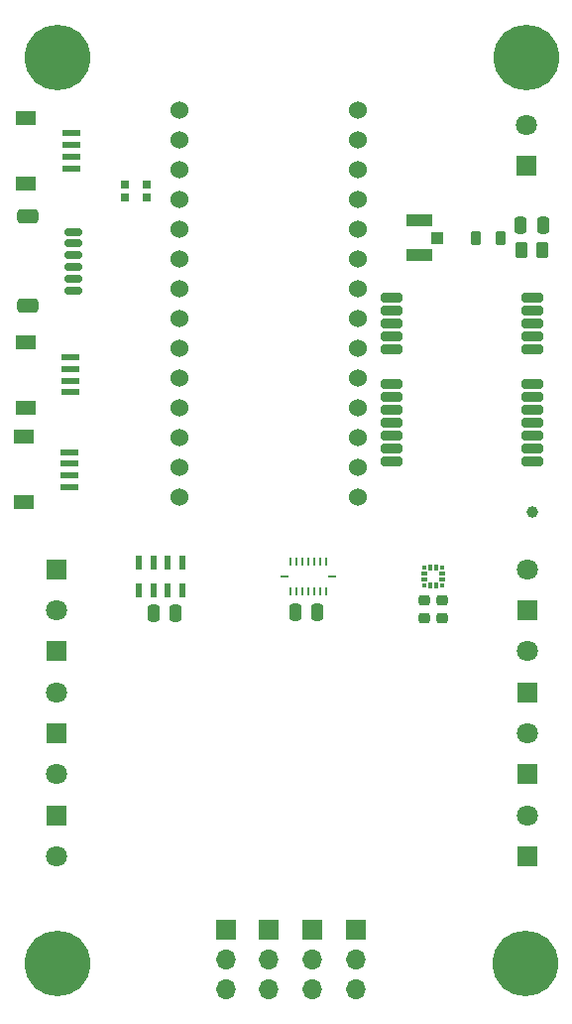
<source format=gbr>
%TF.GenerationSoftware,KiCad,Pcbnew,7.0.5*%
%TF.CreationDate,2023-07-17T20:29:58+05:30*%
%TF.ProjectId,Flight_Computer,466c6967-6874-45f4-936f-6d7075746572,rev?*%
%TF.SameCoordinates,Original*%
%TF.FileFunction,Soldermask,Top*%
%TF.FilePolarity,Negative*%
%FSLAX46Y46*%
G04 Gerber Fmt 4.6, Leading zero omitted, Abs format (unit mm)*
G04 Created by KiCad (PCBNEW 7.0.5) date 2023-07-17 20:29:58*
%MOMM*%
%LPD*%
G01*
G04 APERTURE LIST*
G04 Aperture macros list*
%AMRoundRect*
0 Rectangle with rounded corners*
0 $1 Rounding radius*
0 $2 $3 $4 $5 $6 $7 $8 $9 X,Y pos of 4 corners*
0 Add a 4 corners polygon primitive as box body*
4,1,4,$2,$3,$4,$5,$6,$7,$8,$9,$2,$3,0*
0 Add four circle primitives for the rounded corners*
1,1,$1+$1,$2,$3*
1,1,$1+$1,$4,$5*
1,1,$1+$1,$6,$7*
1,1,$1+$1,$8,$9*
0 Add four rect primitives between the rounded corners*
20,1,$1+$1,$2,$3,$4,$5,0*
20,1,$1+$1,$4,$5,$6,$7,0*
20,1,$1+$1,$6,$7,$8,$9,0*
20,1,$1+$1,$8,$9,$2,$3,0*%
G04 Aperture macros list end*
%ADD10R,1.550000X0.600000*%
%ADD11R,1.800000X1.200000*%
%ADD12C,5.600000*%
%ADD13R,1.800000X1.800000*%
%ADD14C,1.800000*%
%ADD15R,1.700000X1.700000*%
%ADD16O,1.700000X1.700000*%
%ADD17C,1.530000*%
%ADD18R,0.400000X0.400000*%
%ADD19R,0.500000X0.300000*%
%ADD20R,0.300000X0.500000*%
%ADD21RoundRect,0.250000X0.250000X0.475000X-0.250000X0.475000X-0.250000X-0.475000X0.250000X-0.475000X0*%
%ADD22RoundRect,0.218750X-0.218750X-0.381250X0.218750X-0.381250X0.218750X0.381250X-0.218750X0.381250X0*%
%ADD23R,0.700000X0.700000*%
%ADD24R,0.250000X0.675000*%
%ADD25R,0.675000X0.250000*%
%ADD26R,1.050000X1.000000*%
%ADD27R,2.200000X1.050000*%
%ADD28RoundRect,0.250000X-0.262500X-0.450000X0.262500X-0.450000X0.262500X0.450000X-0.262500X0.450000X0*%
%ADD29RoundRect,0.150000X-0.625000X0.150000X-0.625000X-0.150000X0.625000X-0.150000X0.625000X0.150000X0*%
%ADD30RoundRect,0.250000X-0.650000X0.350000X-0.650000X-0.350000X0.650000X-0.350000X0.650000X0.350000X0*%
%ADD31R,0.530000X1.310000*%
%ADD32RoundRect,0.250000X-0.250000X-0.475000X0.250000X-0.475000X0.250000X0.475000X-0.250000X0.475000X0*%
%ADD33C,1.000000*%
%ADD34RoundRect,0.225000X-0.250000X0.225000X-0.250000X-0.225000X0.250000X-0.225000X0.250000X0.225000X0*%
%ADD35RoundRect,0.200000X0.700000X0.200000X-0.700000X0.200000X-0.700000X-0.200000X0.700000X-0.200000X0*%
G04 APERTURE END LIST*
D10*
%TO.C,HD4*%
X132100000Y-98600000D03*
X132100000Y-99600000D03*
X132100000Y-100600000D03*
X132100000Y-101600000D03*
D11*
X128225000Y-97300000D03*
X128225000Y-102900000D03*
%TD*%
D12*
%TO.C,H2*%
X171000000Y-73000000D03*
%TD*%
D13*
%TO.C,J3*%
X171000000Y-82250000D03*
D14*
X171000000Y-78750000D03*
%TD*%
D13*
%TO.C,TM1*%
X130927600Y-116702000D03*
D14*
X130927600Y-120202000D03*
%TD*%
D13*
%TO.C,TM2*%
X130927600Y-123702000D03*
D14*
X130927600Y-127202000D03*
%TD*%
D13*
%TO.C,TM8*%
X130927600Y-137702000D03*
D14*
X130927600Y-141202000D03*
%TD*%
D12*
%TO.C,H4*%
X130950000Y-150300000D03*
%TD*%
D13*
%TO.C,TM3*%
X130927600Y-130702000D03*
D14*
X130927600Y-134202000D03*
%TD*%
D15*
%TO.C,M3*%
X152744124Y-147485825D03*
D16*
X152744124Y-150025825D03*
X152744124Y-152565825D03*
%TD*%
D15*
%TO.C,M4*%
X156444124Y-147485825D03*
D16*
X156444124Y-150025825D03*
X156444124Y-152565825D03*
%TD*%
D17*
%TO.C,U3*%
X141380000Y-80030000D03*
X141380000Y-82570000D03*
X141380000Y-85110000D03*
X141380000Y-87650000D03*
X141380000Y-90190000D03*
X141380000Y-92730000D03*
X141380000Y-95270000D03*
X141380000Y-97810000D03*
X141380000Y-100350000D03*
X141380000Y-102890000D03*
X141380000Y-105430000D03*
X141380000Y-107970000D03*
X141380000Y-110510000D03*
X156620000Y-110510000D03*
X156620000Y-107970000D03*
X156620000Y-105430000D03*
X156620000Y-102890000D03*
X156620000Y-100350000D03*
X156620000Y-97810000D03*
X156620000Y-95270000D03*
X156620000Y-92730000D03*
X156620000Y-90190000D03*
X156620000Y-87650000D03*
X156620000Y-85110000D03*
X156620000Y-82570000D03*
X141380000Y-77490000D03*
X156620000Y-80030000D03*
X156620000Y-77490000D03*
%TD*%
D15*
%TO.C,M1*%
X145334124Y-147485825D03*
D16*
X145334124Y-150025825D03*
X145334124Y-152565825D03*
%TD*%
D15*
%TO.C,M2*%
X149034124Y-147485825D03*
D16*
X149034124Y-150025825D03*
X149034124Y-152565825D03*
%TD*%
D12*
%TO.C,H3*%
X170950000Y-150300000D03*
%TD*%
%TO.C,H1*%
X130950000Y-73000000D03*
%TD*%
D18*
%TO.C,U1*%
X162312500Y-116550000D03*
D19*
X162312500Y-117050000D03*
X162312500Y-117550000D03*
D18*
X162312500Y-118050000D03*
D20*
X162825000Y-118062500D03*
X163325000Y-118062500D03*
D18*
X163837500Y-118050000D03*
D19*
X163837500Y-117550000D03*
X163837500Y-117050000D03*
D18*
X163837500Y-116550000D03*
D20*
X163325000Y-116537500D03*
X162825000Y-116537500D03*
%TD*%
D21*
%TO.C,C13*%
X153175000Y-120375000D03*
X151275000Y-120375000D03*
%TD*%
D22*
%TO.C,L2*%
X166662500Y-88475000D03*
X168787500Y-88475000D03*
%TD*%
D10*
%TO.C,HD2*%
X132000000Y-106700000D03*
X132000000Y-107700000D03*
X132000000Y-108700000D03*
X132000000Y-109700000D03*
D11*
X128125000Y-105400000D03*
X128125000Y-111000000D03*
%TD*%
D23*
%TO.C,D1*%
X136732500Y-83875000D03*
X136732500Y-84975000D03*
X138562500Y-84975000D03*
X138562500Y-83875000D03*
%TD*%
D10*
%TO.C,HD1*%
X132170000Y-79500000D03*
X132170000Y-80500000D03*
X132170000Y-81500000D03*
X132170000Y-82500000D03*
D11*
X128295000Y-78200000D03*
X128295000Y-83800000D03*
%TD*%
D24*
%TO.C,U7*%
X153900000Y-118562500D03*
X153400000Y-118562500D03*
X152900000Y-118562500D03*
X152400000Y-118562500D03*
X151900000Y-118562500D03*
X151400000Y-118562500D03*
X150900000Y-118562500D03*
D25*
X150387500Y-117300000D03*
D24*
X150900000Y-116037500D03*
X151400000Y-116037500D03*
X151900000Y-116037500D03*
X152400000Y-116037500D03*
X152900000Y-116037500D03*
X153400000Y-116037500D03*
X153900000Y-116037500D03*
D25*
X154412500Y-117300000D03*
%TD*%
D26*
%TO.C,U6*%
X163375000Y-88425000D03*
D27*
X161850000Y-89900000D03*
X161850000Y-86950000D03*
%TD*%
D28*
%TO.C,R3*%
X170562500Y-89425000D03*
X172387500Y-89425000D03*
%TD*%
D13*
%TO.C,J6*%
X171125000Y-134202000D03*
D14*
X171125000Y-130702000D03*
%TD*%
D13*
%TO.C,J2*%
X171125000Y-120202000D03*
D14*
X171125000Y-116702000D03*
%TD*%
D29*
%TO.C,U9*%
X132300000Y-87900000D03*
X132300000Y-88900000D03*
X132300000Y-89900000D03*
X132300000Y-90900000D03*
X132300000Y-91900000D03*
X132300000Y-92900000D03*
D30*
X128425000Y-86600000D03*
X128425000Y-94200000D03*
%TD*%
D31*
%TO.C,U8*%
X137900000Y-118500000D03*
X139150000Y-118500000D03*
X140400000Y-118500000D03*
X141650000Y-118500000D03*
X141650000Y-116100000D03*
X140400000Y-116100000D03*
X139150000Y-116100000D03*
X137900000Y-116100000D03*
%TD*%
D13*
%TO.C,J4*%
X171125000Y-127202000D03*
D14*
X171125000Y-123702000D03*
%TD*%
D32*
%TO.C,C12*%
X139150000Y-120475000D03*
X141050000Y-120475000D03*
%TD*%
D33*
%TO.C,TP1*%
X171500000Y-111825000D03*
%TD*%
D34*
%TO.C,C2*%
X162325000Y-119325000D03*
X162325000Y-120875000D03*
%TD*%
D35*
%TO.C,U4*%
X171500000Y-107500000D03*
X171500000Y-106400000D03*
X171500000Y-105300000D03*
X171500000Y-104200000D03*
X171500000Y-103100000D03*
X171500000Y-102000000D03*
X171500000Y-100900000D03*
X171500000Y-97900000D03*
X171500000Y-96800000D03*
X171500000Y-95700000D03*
X171500000Y-94600000D03*
X171500000Y-93500000D03*
X159500000Y-93500000D03*
X159500000Y-94600000D03*
X159500000Y-95700000D03*
X159500000Y-96800000D03*
X159500000Y-97900000D03*
X159500000Y-100900000D03*
X159500000Y-102000000D03*
X159500000Y-103100000D03*
X159500000Y-104200000D03*
X159500000Y-105300000D03*
X159500000Y-106400000D03*
X159500000Y-107500000D03*
%TD*%
D32*
%TO.C,C6*%
X170550000Y-87375000D03*
X172450000Y-87375000D03*
%TD*%
D34*
%TO.C,C3*%
X163850000Y-119325000D03*
X163850000Y-120875000D03*
%TD*%
D13*
%TO.C,J1*%
X171125000Y-141202000D03*
D14*
X171125000Y-137702000D03*
%TD*%
M02*

</source>
